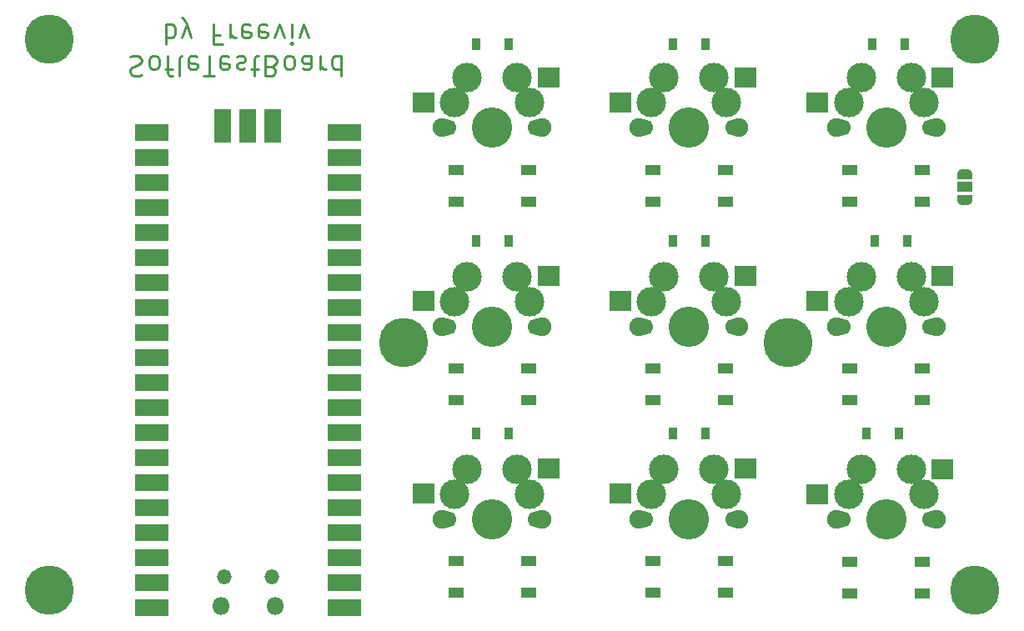
<source format=gbs>
%TF.GenerationSoftware,KiCad,Pcbnew,6.0.4-6f826c9f35~116~ubuntu20.04.1*%
%TF.CreationDate,2022-10-29T14:33:56+02:00*%
%TF.ProjectId,SofleTestBoard,536f666c-6554-4657-9374-426f6172642e,rev?*%
%TF.SameCoordinates,Original*%
%TF.FileFunction,Soldermask,Bot*%
%TF.FilePolarity,Negative*%
%FSLAX46Y46*%
G04 Gerber Fmt 4.6, Leading zero omitted, Abs format (unit mm)*
G04 Created by KiCad (PCBNEW 6.0.4-6f826c9f35~116~ubuntu20.04.1) date 2022-10-29 14:33:56*
%MOMM*%
%LPD*%
G01*
G04 APERTURE LIST*
G04 Aperture macros list*
%AMFreePoly0*
4,1,22,0.550000,-0.750000,0.000000,-0.750000,0.000000,-0.745033,-0.079941,-0.743568,-0.215256,-0.701293,-0.333266,-0.622738,-0.424486,-0.514219,-0.481581,-0.384460,-0.499164,-0.250000,-0.500000,-0.250000,-0.500000,0.250000,-0.499164,0.250000,-0.499963,0.256109,-0.478152,0.396186,-0.417904,0.524511,-0.324060,0.630769,-0.204165,0.706417,-0.067858,0.745374,0.000000,0.744959,0.000000,0.750000,
0.550000,0.750000,0.550000,-0.750000,0.550000,-0.750000,$1*%
%AMFreePoly1*
4,1,20,0.000000,0.744959,0.073905,0.744508,0.209726,0.703889,0.328688,0.626782,0.421226,0.519385,0.479903,0.390333,0.500000,0.250000,0.500000,-0.250000,0.499851,-0.262216,0.476331,-0.402017,0.414519,-0.529596,0.319384,-0.634700,0.198574,-0.708877,0.061801,-0.746166,0.000000,-0.745033,0.000000,-0.750000,-0.550000,-0.750000,-0.550000,0.750000,0.000000,0.750000,0.000000,0.744959,
0.000000,0.744959,$1*%
G04 Aperture macros list end*
%ADD10C,0.250000*%
%ADD11C,3.000000*%
%ADD12C,1.900000*%
%ADD13C,1.700000*%
%ADD14C,4.100000*%
%ADD15R,1.600000X1.000000*%
%ADD16R,2.300000X2.000000*%
%ADD17C,2.900000*%
%ADD18C,5.000000*%
%ADD19R,0.900000X1.200000*%
%ADD20O,1.800000X1.800000*%
%ADD21O,1.500000X1.500000*%
%ADD22R,3.500000X1.700000*%
%ADD23R,1.700000X3.500000*%
%ADD24FreePoly0,270.000000*%
%ADD25R,1.500000X1.000000*%
%ADD26FreePoly1,270.000000*%
G04 APERTURE END LIST*
D10*
X92238095Y-50800476D02*
X92523809Y-50705238D01*
X93000000Y-50705238D01*
X93190476Y-50800476D01*
X93285714Y-50895714D01*
X93380952Y-51086190D01*
X93380952Y-51276666D01*
X93285714Y-51467142D01*
X93190476Y-51562380D01*
X93000000Y-51657619D01*
X92619047Y-51752857D01*
X92428571Y-51848095D01*
X92333333Y-51943333D01*
X92238095Y-52133809D01*
X92238095Y-52324285D01*
X92333333Y-52514761D01*
X92428571Y-52610000D01*
X92619047Y-52705238D01*
X93095238Y-52705238D01*
X93380952Y-52610000D01*
X94523809Y-50705238D02*
X94333333Y-50800476D01*
X94238095Y-50895714D01*
X94142857Y-51086190D01*
X94142857Y-51657619D01*
X94238095Y-51848095D01*
X94333333Y-51943333D01*
X94523809Y-52038571D01*
X94809523Y-52038571D01*
X95000000Y-51943333D01*
X95095238Y-51848095D01*
X95190476Y-51657619D01*
X95190476Y-51086190D01*
X95095238Y-50895714D01*
X95000000Y-50800476D01*
X94809523Y-50705238D01*
X94523809Y-50705238D01*
X95761904Y-52038571D02*
X96523809Y-52038571D01*
X96047619Y-50705238D02*
X96047619Y-52419523D01*
X96142857Y-52610000D01*
X96333333Y-52705238D01*
X96523809Y-52705238D01*
X97476190Y-50705238D02*
X97285714Y-50800476D01*
X97190476Y-50990952D01*
X97190476Y-52705238D01*
X98999999Y-50800476D02*
X98809523Y-50705238D01*
X98428571Y-50705238D01*
X98238095Y-50800476D01*
X98142857Y-50990952D01*
X98142857Y-51752857D01*
X98238095Y-51943333D01*
X98428571Y-52038571D01*
X98809523Y-52038571D01*
X98999999Y-51943333D01*
X99095238Y-51752857D01*
X99095238Y-51562380D01*
X98142857Y-51371904D01*
X99666666Y-52705238D02*
X100809523Y-52705238D01*
X100238095Y-50705238D02*
X100238095Y-52705238D01*
X102238095Y-50800476D02*
X102047619Y-50705238D01*
X101666666Y-50705238D01*
X101476190Y-50800476D01*
X101380952Y-50990952D01*
X101380952Y-51752857D01*
X101476190Y-51943333D01*
X101666666Y-52038571D01*
X102047619Y-52038571D01*
X102238095Y-51943333D01*
X102333333Y-51752857D01*
X102333333Y-51562380D01*
X101380952Y-51371904D01*
X103095238Y-50800476D02*
X103285714Y-50705238D01*
X103666666Y-50705238D01*
X103857142Y-50800476D01*
X103952380Y-50990952D01*
X103952380Y-51086190D01*
X103857142Y-51276666D01*
X103666666Y-51371904D01*
X103380952Y-51371904D01*
X103190476Y-51467142D01*
X103095238Y-51657619D01*
X103095238Y-51752857D01*
X103190476Y-51943333D01*
X103380952Y-52038571D01*
X103666666Y-52038571D01*
X103857142Y-51943333D01*
X104523809Y-52038571D02*
X105285714Y-52038571D01*
X104809523Y-52705238D02*
X104809523Y-50990952D01*
X104904761Y-50800476D01*
X105095238Y-50705238D01*
X105285714Y-50705238D01*
X106619047Y-51752857D02*
X106904761Y-51657619D01*
X106999999Y-51562380D01*
X107095238Y-51371904D01*
X107095238Y-51086190D01*
X106999999Y-50895714D01*
X106904761Y-50800476D01*
X106714285Y-50705238D01*
X105952380Y-50705238D01*
X105952380Y-52705238D01*
X106619047Y-52705238D01*
X106809523Y-52610000D01*
X106904761Y-52514761D01*
X106999999Y-52324285D01*
X106999999Y-52133809D01*
X106904761Y-51943333D01*
X106809523Y-51848095D01*
X106619047Y-51752857D01*
X105952380Y-51752857D01*
X108238095Y-50705238D02*
X108047619Y-50800476D01*
X107952380Y-50895714D01*
X107857142Y-51086190D01*
X107857142Y-51657619D01*
X107952380Y-51848095D01*
X108047619Y-51943333D01*
X108238095Y-52038571D01*
X108523809Y-52038571D01*
X108714285Y-51943333D01*
X108809523Y-51848095D01*
X108904761Y-51657619D01*
X108904761Y-51086190D01*
X108809523Y-50895714D01*
X108714285Y-50800476D01*
X108523809Y-50705238D01*
X108238095Y-50705238D01*
X110619047Y-50705238D02*
X110619047Y-51752857D01*
X110523809Y-51943333D01*
X110333333Y-52038571D01*
X109952380Y-52038571D01*
X109761904Y-51943333D01*
X110619047Y-50800476D02*
X110428571Y-50705238D01*
X109952380Y-50705238D01*
X109761904Y-50800476D01*
X109666666Y-50990952D01*
X109666666Y-51181428D01*
X109761904Y-51371904D01*
X109952380Y-51467142D01*
X110428571Y-51467142D01*
X110619047Y-51562380D01*
X111571428Y-50705238D02*
X111571428Y-52038571D01*
X111571428Y-51657619D02*
X111666666Y-51848095D01*
X111761904Y-51943333D01*
X111952380Y-52038571D01*
X112142857Y-52038571D01*
X113666666Y-50705238D02*
X113666666Y-52705238D01*
X113666666Y-50800476D02*
X113476190Y-50705238D01*
X113095238Y-50705238D01*
X112904761Y-50800476D01*
X112809523Y-50895714D01*
X112714285Y-51086190D01*
X112714285Y-51657619D01*
X112809523Y-51848095D01*
X112904761Y-51943333D01*
X113095238Y-52038571D01*
X113476190Y-52038571D01*
X113666666Y-51943333D01*
X95857142Y-47485238D02*
X95857142Y-49485238D01*
X95857142Y-48723333D02*
X96047619Y-48818571D01*
X96428571Y-48818571D01*
X96619047Y-48723333D01*
X96714285Y-48628095D01*
X96809523Y-48437619D01*
X96809523Y-47866190D01*
X96714285Y-47675714D01*
X96619047Y-47580476D01*
X96428571Y-47485238D01*
X96047619Y-47485238D01*
X95857142Y-47580476D01*
X97476190Y-48818571D02*
X97952380Y-47485238D01*
X98428571Y-48818571D02*
X97952380Y-47485238D01*
X97761904Y-47009047D01*
X97666666Y-46913809D01*
X97476190Y-46818571D01*
X101380952Y-48532857D02*
X100714285Y-48532857D01*
X100714285Y-47485238D02*
X100714285Y-49485238D01*
X101666666Y-49485238D01*
X102428571Y-47485238D02*
X102428571Y-48818571D01*
X102428571Y-48437619D02*
X102523809Y-48628095D01*
X102619047Y-48723333D01*
X102809523Y-48818571D01*
X103000000Y-48818571D01*
X104428571Y-47580476D02*
X104238095Y-47485238D01*
X103857142Y-47485238D01*
X103666666Y-47580476D01*
X103571428Y-47770952D01*
X103571428Y-48532857D01*
X103666666Y-48723333D01*
X103857142Y-48818571D01*
X104238095Y-48818571D01*
X104428571Y-48723333D01*
X104523809Y-48532857D01*
X104523809Y-48342380D01*
X103571428Y-48151904D01*
X106142857Y-47580476D02*
X105952380Y-47485238D01*
X105571428Y-47485238D01*
X105380952Y-47580476D01*
X105285714Y-47770952D01*
X105285714Y-48532857D01*
X105380952Y-48723333D01*
X105571428Y-48818571D01*
X105952380Y-48818571D01*
X106142857Y-48723333D01*
X106238095Y-48532857D01*
X106238095Y-48342380D01*
X105285714Y-48151904D01*
X106904761Y-48818571D02*
X107380952Y-47485238D01*
X107857142Y-48818571D01*
X108619047Y-47485238D02*
X108619047Y-48818571D01*
X108619047Y-49485238D02*
X108523809Y-49390000D01*
X108619047Y-49294761D01*
X108714285Y-49390000D01*
X108619047Y-49485238D01*
X108619047Y-49294761D01*
X109380952Y-48818571D02*
X109857142Y-47485238D01*
X110333333Y-48818571D01*
D11*
%TO.C,SW4*%
X125190000Y-75629999D03*
D12*
X123920000Y-78169999D03*
D13*
X124500000Y-78169999D03*
D14*
X129000000Y-78169999D03*
D11*
X132810000Y-75629998D03*
X131540000Y-73089999D03*
X126460000Y-73089999D03*
D13*
X133500000Y-78169999D03*
D12*
X134080000Y-78169999D03*
D15*
X125300000Y-82469999D03*
X125300000Y-85669999D03*
X132700000Y-85669999D03*
X132700000Y-82469999D03*
D16*
X122000000Y-75589999D03*
X134700000Y-73049999D03*
%TD*%
D11*
%TO.C,SW5*%
X145190000Y-75629999D03*
D12*
X143920000Y-78169999D03*
D13*
X144500000Y-78169999D03*
D14*
X149000000Y-78169999D03*
D11*
X152810000Y-75629998D03*
X151540000Y-73089999D03*
X146460000Y-73089999D03*
D13*
X153500000Y-78169999D03*
D12*
X154080000Y-78169999D03*
D15*
X145300000Y-82469999D03*
X145300000Y-85669999D03*
X152700000Y-85669999D03*
X152700000Y-82469999D03*
D16*
X142000000Y-75589999D03*
X154700000Y-73049999D03*
%TD*%
D11*
%TO.C,SW1*%
X125190000Y-55460000D03*
D12*
X123920000Y-58000000D03*
D13*
X124500000Y-58000000D03*
D14*
X129000000Y-58000000D03*
D11*
X132810000Y-55459999D03*
X131540000Y-52920000D03*
X126460000Y-52920000D03*
D13*
X133500000Y-58000000D03*
D12*
X134080000Y-58000000D03*
D15*
X125300000Y-62300000D03*
X125300000Y-65500000D03*
X132700000Y-65500000D03*
X132700000Y-62300000D03*
D16*
X122000000Y-55420000D03*
X134700000Y-52880000D03*
%TD*%
D11*
%TO.C,SW9*%
X165190000Y-95260000D03*
D12*
X163920000Y-97800000D03*
D13*
X164500000Y-97800000D03*
D14*
X169000000Y-97800000D03*
D11*
X172810000Y-95259999D03*
X171540000Y-92720000D03*
X166460000Y-92720000D03*
D13*
X173500000Y-97800000D03*
D12*
X174080000Y-97800000D03*
D15*
X165300000Y-102100000D03*
X165300000Y-105300000D03*
X172700000Y-105300000D03*
X172700000Y-102100000D03*
D16*
X162000000Y-95220000D03*
X174700000Y-92680000D03*
%TD*%
D11*
%TO.C,SW3*%
X165190000Y-55460000D03*
D12*
X163920000Y-58000000D03*
D13*
X164500000Y-58000000D03*
D14*
X169000000Y-58000000D03*
D11*
X172810000Y-55459999D03*
X171540000Y-52920000D03*
X166460000Y-52920000D03*
D13*
X173500000Y-58000000D03*
D12*
X174080000Y-58000000D03*
D15*
X165300000Y-62300000D03*
X165300000Y-65500000D03*
X172700000Y-65500000D03*
X172700000Y-62300000D03*
D16*
X162000000Y-55420000D03*
X174700000Y-52880000D03*
%TD*%
D11*
%TO.C,SW6*%
X165190000Y-75629999D03*
D12*
X163920000Y-78169999D03*
D13*
X164500000Y-78169999D03*
D14*
X169000000Y-78169999D03*
D11*
X172810000Y-75629998D03*
X171540000Y-73089999D03*
X166460000Y-73089999D03*
D13*
X173500000Y-78169999D03*
D12*
X174080000Y-78169999D03*
D15*
X165300000Y-82469999D03*
X165300000Y-85669999D03*
X172700000Y-85669999D03*
X172700000Y-82469999D03*
D16*
X162000000Y-75589999D03*
X174700000Y-73049999D03*
%TD*%
D11*
%TO.C,SW7*%
X125190000Y-95194999D03*
D12*
X123920000Y-97734999D03*
D13*
X124500000Y-97734999D03*
D14*
X129000000Y-97734999D03*
D11*
X132810000Y-95194998D03*
X131540000Y-92654999D03*
X126460000Y-92654999D03*
D13*
X133500000Y-97734999D03*
D12*
X134080000Y-97734999D03*
D15*
X125300000Y-102034999D03*
X125300000Y-105234999D03*
X132700000Y-105234999D03*
X132700000Y-102034999D03*
D16*
X122000000Y-95154999D03*
X134700000Y-92614999D03*
%TD*%
D11*
%TO.C,SW2*%
X145190000Y-55460000D03*
D12*
X143920000Y-58000000D03*
D13*
X144500000Y-58000000D03*
D14*
X149000000Y-58000000D03*
D11*
X152810000Y-55459999D03*
X151540000Y-52920000D03*
X146460000Y-52920000D03*
D13*
X153500000Y-58000000D03*
D12*
X154080000Y-58000000D03*
D15*
X145300000Y-62300000D03*
X145300000Y-65500000D03*
X152700000Y-65500000D03*
X152700000Y-62300000D03*
D16*
X142000000Y-55420000D03*
X154700000Y-52880000D03*
%TD*%
D11*
%TO.C,SW8*%
X145190000Y-95194999D03*
D12*
X143920000Y-97734999D03*
D13*
X144500000Y-97734999D03*
D14*
X149000000Y-97734999D03*
D11*
X152810000Y-95194998D03*
X151540000Y-92654999D03*
X146460000Y-92654999D03*
D13*
X153500000Y-97734999D03*
D12*
X154080000Y-97734999D03*
D15*
X145300000Y-102034999D03*
X145300000Y-105234999D03*
X152700000Y-105234999D03*
X152700000Y-102034999D03*
D16*
X142000000Y-95154999D03*
X154700000Y-92614999D03*
%TD*%
D17*
%TO.C,H5*%
X159000000Y-79800000D03*
D18*
X159000000Y-79800000D03*
%TD*%
D19*
%TO.C,D4*%
X127350000Y-69500000D03*
X130650000Y-69500000D03*
%TD*%
%TO.C,D7*%
X127350000Y-89000000D03*
X130650000Y-89000000D03*
%TD*%
D18*
%TO.C,H4*%
X84000000Y-105000000D03*
D17*
X84000000Y-105000000D03*
%TD*%
D19*
%TO.C,D1*%
X127350000Y-49500000D03*
X130650000Y-49500000D03*
%TD*%
D20*
%TO.C,U1*%
X101475000Y-106600000D03*
X106925000Y-106600000D03*
X101475000Y-106600000D03*
D21*
X106625000Y-103570000D03*
X106625000Y-103570000D03*
X101775000Y-103570000D03*
D20*
X106925000Y-106600000D03*
D21*
X101775000Y-103570000D03*
D22*
X94410000Y-106730000D03*
X94410000Y-104190000D03*
X94410000Y-101650000D03*
X94410000Y-99110000D03*
X94410000Y-96570000D03*
X94410000Y-94030000D03*
X94410000Y-91490000D03*
X94410000Y-88950000D03*
X94410000Y-86410000D03*
X94410000Y-83870000D03*
X94410000Y-81330000D03*
X94410000Y-78790000D03*
X94410000Y-76250000D03*
X94410000Y-73710000D03*
X94410000Y-71170000D03*
X94410000Y-68630000D03*
X94410000Y-66090000D03*
X94410000Y-63550000D03*
X94410000Y-61010000D03*
X94410000Y-58470000D03*
X113990000Y-58470000D03*
X113990000Y-61010000D03*
X113990000Y-63550000D03*
X113990000Y-66090000D03*
X113990000Y-68630000D03*
X113990000Y-71170000D03*
X113990000Y-73710000D03*
X113990000Y-76250000D03*
X113990000Y-78790000D03*
X113990000Y-81330000D03*
X113990000Y-83870000D03*
X113990000Y-86410000D03*
X113990000Y-88950000D03*
X113990000Y-91490000D03*
X113990000Y-94030000D03*
X113990000Y-96570000D03*
X113990000Y-99110000D03*
X113990000Y-101650000D03*
X113990000Y-104190000D03*
X113990000Y-106730000D03*
D23*
X101660000Y-57800000D03*
X104200000Y-57800000D03*
X106740000Y-57800000D03*
%TD*%
D19*
%TO.C,D5*%
X147350000Y-69500000D03*
X150650000Y-69500000D03*
%TD*%
%TO.C,D2*%
X147350000Y-49500000D03*
X150650000Y-49500000D03*
%TD*%
%TO.C,D9*%
X167000000Y-89000000D03*
X170300000Y-89000000D03*
%TD*%
D17*
%TO.C,H1*%
X84000000Y-49000000D03*
D18*
X84000000Y-49000000D03*
%TD*%
D19*
%TO.C,D3*%
X167550000Y-49500000D03*
X170850000Y-49500000D03*
%TD*%
D17*
%TO.C,H6*%
X120000000Y-79800000D03*
D18*
X120000000Y-79800000D03*
%TD*%
%TO.C,H3*%
X178000000Y-105000000D03*
D17*
X178000000Y-105000000D03*
%TD*%
D19*
%TO.C,D6*%
X167850000Y-69500000D03*
X171150000Y-69500000D03*
%TD*%
D18*
%TO.C,H2*%
X178000000Y-49000000D03*
D17*
X178000000Y-49000000D03*
%TD*%
D19*
%TO.C,D8*%
X147350000Y-89000000D03*
X150650000Y-89000000D03*
%TD*%
D24*
%TO.C,JP1*%
X177000000Y-62700000D03*
D25*
X177000000Y-64000000D03*
D26*
X177000000Y-65300000D03*
%TD*%
M02*

</source>
